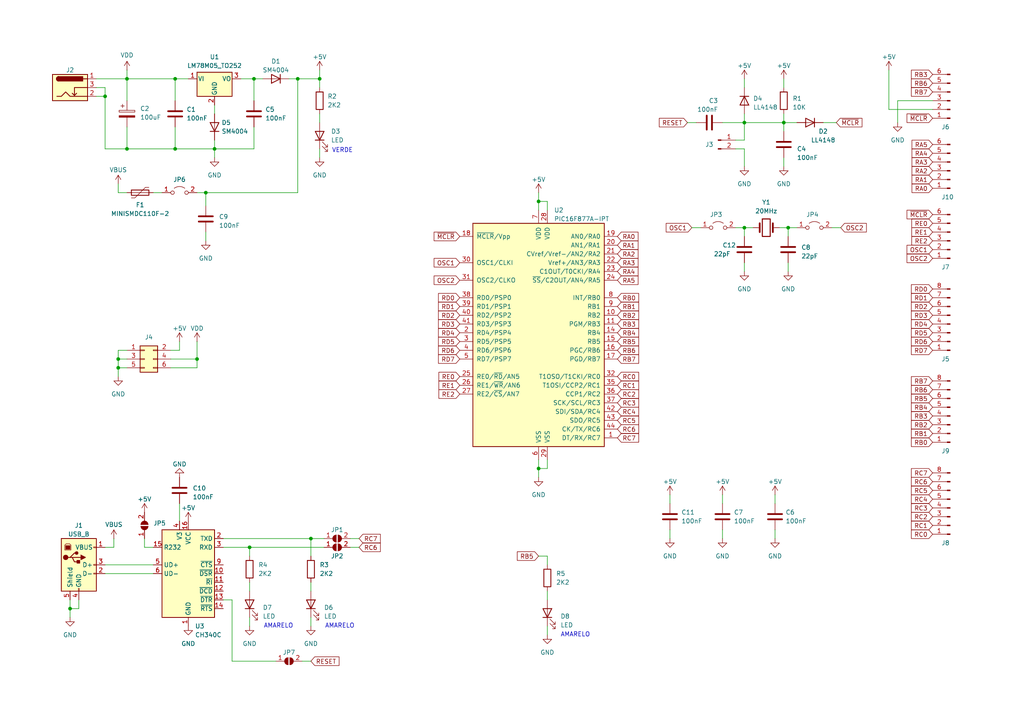
<source format=kicad_sch>
(kicad_sch (version 20231120) (generator "eeschema") (generator_version "8.0")
  (paper "A4")
  (lib_symbols
    (symbol "Connector:Barrel_Jack_Switch" (pin_names hide)
      (property "Reference" "J" (at 0 5.334 0))
      (property "Value" "Barrel_Jack_Switch" (at 0 -5.08 0))
      (symbol "Barrel_Jack_Switch_1_1"
        (pin passive line (at 7.62 2.54 180) (length 2.54) (name "~") (number "1"))
        (pin passive line (at 7.62 -2.54 180) (length 2.54) (name "~") (number "2"))
        (pin passive line (at 7.62 0 180) (length 2.54) (name "~") (number "3"))
      )
    )
    (symbol "Connector:Conn_01x02_Pin" (pin_names (offset 1.016) hide)
      (property "Reference" "J" (at 0 2.54 0))
      (property "Value" "Conn_01x02_Pin" (at 0 -5.08 0))
      (symbol "Conn_01x02_Pin_1_1"
        (pin passive line (at 5.08 0 180) (length 3.81) (name "Pin_1") (number "1"))
        (pin passive line (at 5.08 -2.54 180) (length 3.81) (name "Pin_2") (number "2"))
      )
    )
    (symbol "Connector:Conn_01x06_Pin" (pin_names (offset 1.016) hide)
      (property "Reference" "J" (at 0 7.62 0))
      (property "Value" "Conn_01x06_Pin" (at 0 -10.16 0))
      (symbol "Conn_01x06_Pin_1_1"
        (pin passive line (at 5.08 5.08 180) (length 3.81) (name "Pin_1") (number "1"))
        (pin passive line (at 5.08 2.54 180) (length 3.81) (name "Pin_2") (number "2"))
        (pin passive line (at 5.08 0 180) (length 3.81) (name "Pin_3") (number "3"))
        (pin passive line (at 5.08 -2.54 180) (length 3.81) (name "Pin_4") (number "4"))
        (pin passive line (at 5.08 -5.08 180) (length 3.81) (name "Pin_5") (number "5"))
        (pin passive line (at 5.08 -7.62 180) (length 3.81) (name "Pin_6") (number "6"))
      )
    )
    (symbol "Connector:Conn_01x08_Pin" (pin_names (offset 1.016) hide)
      (property "Reference" "J" (at 0 10.16 0))
      (property "Value" "Conn_01x08_Pin" (at 0 -12.7 0))
      (symbol "Conn_01x08_Pin_1_1"
        (pin passive line (at 5.08 7.62 180) (length 3.81) (name "Pin_1") (number "1"))
        (pin passive line (at 5.08 5.08 180) (length 3.81) (name "Pin_2") (number "2"))
        (pin passive line (at 5.08 2.54 180) (length 3.81) (name "Pin_3") (number "3"))
        (pin passive line (at 5.08 0 180) (length 3.81) (name "Pin_4") (number "4"))
        (pin passive line (at 5.08 -2.54 180) (length 3.81) (name "Pin_5") (number "5"))
        (pin passive line (at 5.08 -5.08 180) (length 3.81) (name "Pin_6") (number "6"))
        (pin passive line (at 5.08 -7.62 180) (length 3.81) (name "Pin_7") (number "7"))
        (pin passive line (at 5.08 -10.16 180) (length 3.81) (name "Pin_8") (number "8"))
      )
    )
    (symbol "Connector:USB_B" (pin_names (offset 1.016))
      (property "Reference" "J" (at -5.08 11.43 0))
      (property "Value" "USB_B" (at -5.08 8.89 0))
      (symbol "USB_B_1_1"
        (pin power_out line (at 7.62 5.08 180) (length 2.54) (name "VBUS") (number "1"))
        (pin bidirectional line (at 7.62 -2.54 180) (length 2.54) (name "D-") (number "2"))
        (pin bidirectional line (at 7.62 0 180) (length 2.54) (name "D+") (number "3"))
        (pin power_out line (at 0 -10.16 90) (length 2.54) (name "GND") (number "4"))
        (pin passive line (at -2.54 -10.16 90) (length 2.54) (name "Shield") (number "5"))
      )
    )
    (symbol "Connector_Generic:Conn_02x03_Odd_Even" (pin_names (offset 1.016) hide)
      (property "Reference" "J" (at 1.27 5.08 0))
      (property "Value" "Conn_02x03_Odd_Even" (at 1.27 -5.08 0))
      (symbol "Conn_02x03_Odd_Even_1_1"
        (pin passive line (at -5.08 2.54 0) (length 3.81) (name "Pin_1") (number "1"))
        (pin passive line (at 7.62 2.54 180) (length 3.81) (name "Pin_2") (number "2"))
        (pin passive line (at -5.08 0 0) (length 3.81) (name "Pin_3") (number "3"))
        (pin passive line (at 7.62 0 180) (length 3.81) (name "Pin_4") (number "4"))
        (pin passive line (at -5.08 -2.54 0) (length 3.81) (name "Pin_5") (number "5"))
        (pin passive line (at 7.62 -2.54 180) (length 3.81) (name "Pin_6") (number "6"))
      )
    )
    (symbol "Device:C" (pin_numbers hide) (pin_names (offset 0.254))
      (property "Reference" "C" (at 0.635 2.54 0))
      (property "Value" "C" (at 0.635 -2.54 0))
      (symbol "C_1_1"
        (pin passive line (at 0 3.81 270) (length 2.794) (name "~") (number "1"))
        (pin passive line (at 0 -3.81 90) (length 2.794) (name "~") (number "2"))
      )
    )
    (symbol "Device:C_Polarized" (pin_numbers hide) (pin_names (offset 0.254))
      (property "Reference" "C" (at 0.635 2.54 0))
      (property "Value" "C_Polarized" (at 0.635 -2.54 0))
      (symbol "C_Polarized_1_1"
        (pin passive line (at 0 3.81 270) (length 2.794) (name "~") (number "1"))
        (pin passive line (at 0 -3.81 90) (length 2.794) (name "~") (number "2"))
      )
    )
    (symbol "Device:Crystal" (pin_numbers hide) (pin_names (offset 1.016) hide)
      (property "Reference" "Y" (at 0 3.81 0))
      (property "Value" "Crystal" (at 0 -3.81 0))
      (symbol "Crystal_1_1"
        (pin passive line (at -3.81 0 0) (length 1.27) (name "1") (number "1"))
        (pin passive line (at 3.81 0 180) (length 1.27) (name "2") (number "2"))
      )
    )
    (symbol "Device:LED" (pin_numbers hide) (pin_names (offset 1.016) hide)
      (property "Reference" "D" (at 0 2.54 0))
      (property "Value" "LED" (at 0 -2.54 0))
      (symbol "LED_1_1"
        (pin passive line (at -3.81 0 0) (length 2.54) (name "K") (number "1"))
        (pin passive line (at 3.81 0 180) (length 2.54) (name "A") (number "2"))
      )
    )
    (symbol "Device:Polyfuse" (pin_numbers hide) (pin_names (offset 0))
      (property "Reference" "F" (at -2.54 0 90))
      (property "Value" "Polyfuse" (at 2.54 0 90))
      (symbol "Polyfuse_1_1"
        (pin passive line (at 0 3.81 270) (length 1.27) (name "~") (number "1"))
        (pin passive line (at 0 -3.81 90) (length 1.27) (name "~") (number "2"))
      )
    )
    (symbol "Device:R" (pin_numbers hide) (pin_names (offset 0))
      (property "Reference" "R" (at 2.032 0 90))
      (property "Value" "R" (at 0 0 90))
      (symbol "R_1_1"
        (pin passive line (at 0 3.81 270) (length 1.27) (name "~") (number "1"))
        (pin passive line (at 0 -3.81 90) (length 1.27) (name "~") (number "2"))
      )
    )
    (symbol "Diode:LL4148" (pin_numbers hide) (pin_names hide)
      (property "Reference" "D" (at 0 2.54 0))
      (property "Value" "LL4148" (at 0 -2.54 0))
      (symbol "LL4148_1_1"
        (pin passive line (at -3.81 0 0) (length 2.54) (name "K") (number "1"))
        (pin passive line (at 3.81 0 180) (length 2.54) (name "A") (number "2"))
      )
    )
    (symbol "Diode:SM4007" (pin_numbers hide) (pin_names hide)
      (property "Reference" "D" (at 0 2.54 0))
      (property "Value" "SM4007" (at 0 -2.54 0))
      (symbol "SM4007_1_1"
        (pin passive line (at -3.81 0 0) (length 2.54) (name "K") (number "1"))
        (pin passive line (at 3.81 0 180) (length 2.54) (name "A") (number "2"))
      )
    )
    (symbol "Interface_USB:CH340C"
      (property "Reference" "U" (at -5.08 13.97 0))
      (property "Value" "CH340C" (at 1.27 13.97 0))
      (symbol "CH340C_1_1"
        (pin power_in line (at 0 -15.24 90) (length 2.54) (name "GND") (number "1"))
        (pin input line (at 10.16 0 180) (length 2.54) (name "~{DSR}") (number "10"))
        (pin input line (at 10.16 -2.54 180) (length 2.54) (name "~{RI}") (number "11"))
        (pin input line (at 10.16 -5.08 180) (length 2.54) (name "~{DCD}") (number "12"))
        (pin output line (at 10.16 -7.62 180) (length 2.54) (name "~{DTR}") (number "13"))
        (pin output line (at 10.16 -10.16 180) (length 2.54) (name "~{RTS}") (number "14"))
        (pin input line (at -10.16 7.62 0) (length 2.54) (name "R232") (number "15"))
        (pin power_in line (at 0 15.24 270) (length 2.54) (name "VCC") (number "16"))
        (pin output line (at 10.16 10.16 180) (length 2.54) (name "TXD") (number "2"))
        (pin input line (at 10.16 7.62 180) (length 2.54) (name "RXD") (number "3"))
        (pin passive line (at -2.54 15.24 270) (length 2.54) (name "V3") (number "4"))
        (pin bidirectional line (at -10.16 2.54 0) (length 2.54) (name "UD+") (number "5"))
        (pin bidirectional line (at -10.16 0 0) (length 2.54) (name "UD-") (number "6"))
        (pin no_connect line (at -7.62 -7.62 0) (length 2.54) hide (name "NC") (number "7"))
        (pin no_connect line (at -7.62 -10.16 0) (length 2.54) hide (name "NC") (number "8"))
        (pin input line (at 10.16 2.54 180) (length 2.54) (name "~{CTS}") (number "9"))
      )
    )
    (symbol "Jumper:Jumper_2_Open" (pin_names (offset 0) hide)
      (property "Reference" "JP" (at 0 2.794 0))
      (property "Value" "Jumper_2_Open" (at 0 -2.286 0))
      (symbol "Jumper_2_Open_1_1"
        (pin passive line (at -5.08 0 0) (length 2.54) (name "A") (number "1"))
        (pin passive line (at 5.08 0 180) (length 2.54) (name "B") (number "2"))
      )
    )
    (symbol "Jumper:SolderJumper_2_Open" (pin_names (offset 0) hide)
      (property "Reference" "JP" (at 0 2.032 0))
      (property "Value" "SolderJumper_2_Open" (at 0 -2.54 0))
      (symbol "SolderJumper_2_Open_1_1"
        (pin passive line (at -3.81 0 0) (length 2.54) (name "A") (number "1"))
        (pin passive line (at 3.81 0 180) (length 2.54) (name "B") (number "2"))
      )
    )
    (symbol "MCU_Microchip_PIC16:PIC16F877A-IPT" (pin_names (offset 1.016))
      (property "Reference" "U" (at 5.08 35.56 0))
      (property "Value" "PIC16F877A-IPT" (at 5.08 33.02 0))
      (symbol "PIC16F877A-IPT_1_1"
        (pin bidirectional line (at 22.86 -30.48 180) (length 3.81) (name "DT/RX/RC7") (number "1"))
        (pin bidirectional line (at 22.86 5.08 180) (length 3.81) (name "RB2") (number "10"))
        (pin bidirectional line (at 22.86 2.54 180) (length 3.81) (name "PGM/RB3") (number "11"))
        (pin bidirectional line (at 22.86 0 180) (length 3.81) (name "RB4") (number "14"))
        (pin bidirectional line (at 22.86 -2.54 180) (length 3.81) (name "RB5") (number "15"))
        (pin bidirectional line (at 22.86 -5.08 180) (length 3.81) (name "PGC/RB6") (number "16"))
        (pin bidirectional line (at 22.86 -7.62 180) (length 3.81) (name "PGD/RB7") (number "17"))
        (pin input line (at -22.86 27.94 0) (length 3.81) (name "~{MCLR}/Vpp") (number "18"))
        (pin bidirectional line (at 22.86 27.94 180) (length 3.81) (name "AN0/RA0") (number "19"))
        (pin bidirectional line (at -22.86 0 0) (length 3.81) (name "RD4/PSP4") (number "2"))
        (pin bidirectional line (at 22.86 25.4 180) (length 3.81) (name "AN1/RA1") (number "20"))
        (pin bidirectional line (at 22.86 22.86 180) (length 3.81) (name "CVref/Vref-/AN2/RA2") (number "21"))
        (pin bidirectional line (at 22.86 20.32 180) (length 3.81) (name "Vref+/AN3/RA3") (number "22"))
        (pin bidirectional line (at 22.86 17.78 180) (length 3.81) (name "C1OUT/T0CKI/RA4") (number "23"))
        (pin bidirectional line (at 22.86 15.24 180) (length 3.81) (name "~{SS}/C2OUT/AN4/RA5") (number "24"))
        (pin bidirectional line (at -22.86 -12.7 0) (length 3.81) (name "RE0/~{RD}/AN5") (number "25"))
        (pin bidirectional line (at -22.86 -15.24 0) (length 3.81) (name "RE1/~{WR}/AN6") (number "26"))
        (pin bidirectional line (at -22.86 -17.78 0) (length 3.81) (name "RE2/~{CS}/AN7") (number "27"))
        (pin power_in line (at 2.54 35.56 270) (length 3.81) (name "VDD") (number "28"))
        (pin power_in line (at 2.54 -36.83 90) (length 3.81) (name "VSS") (number "29"))
        (pin bidirectional line (at -22.86 -2.54 0) (length 3.81) (name "RD5/PSP5") (number "3"))
        (pin input line (at -22.86 20.32 0) (length 3.81) (name "OSC1/CLKI") (number "30"))
        (pin output line (at -22.86 15.24 0) (length 3.81) (name "OSC2/CLKO") (number "31"))
        (pin bidirectional line (at 22.86 -12.7 180) (length 3.81) (name "T1OSO/T1CKI/RC0") (number "32"))
        (pin bidirectional line (at 22.86 -15.24 180) (length 3.81) (name "T1OSI/CCP2/RC1") (number "35"))
        (pin bidirectional line (at 22.86 -17.78 180) (length 3.81) (name "CCP1/RC2") (number "36"))
        (pin bidirectional line (at 22.86 -20.32 180) (length 3.81) (name "SCK/SCL/RC3") (number "37"))
        (pin bidirectional line (at -22.86 10.16 0) (length 3.81) (name "RD0/PSP0") (number "38"))
        (pin bidirectional line (at -22.86 7.62 0) (length 3.81) (name "RD1/PSP1") (number "39"))
        (pin bidirectional line (at -22.86 -5.08 0) (length 3.81) (name "RD6/PSP6") (number "4"))
        (pin bidirectional line (at -22.86 5.08 0) (length 3.81) (name "RD2/PSP2") (number "40"))
        (pin bidirectional line (at -22.86 2.54 0) (length 3.81) (name "RD3/PSP3") (number "41"))
        (pin bidirectional line (at 22.86 -22.86 180) (length 3.81) (name "SDI/SDA/RC4") (number "42"))
        (pin bidirectional line (at 22.86 -25.4 180) (length 3.81) (name "SDO/RC5") (number "43"))
        (pin bidirectional line (at 22.86 -27.94 180) (length 3.81) (name "CK/TX/RC6") (number "44"))
        (pin bidirectional line (at -22.86 -7.62 0) (length 3.81) (name "RD7/PSP7") (number "5"))
        (pin power_in line (at 0 -36.83 90) (length 3.81) (name "VSS") (number "6"))
        (pin power_in line (at 0 35.56 270) (length 3.81) (name "VDD") (number "7"))
        (pin bidirectional line (at 22.86 10.16 180) (length 3.81) (name "INT/RB0") (number "8"))
        (pin bidirectional line (at 22.86 7.62 180) (length 3.81) (name "RB1") (number "9"))
      )
    )
    (symbol "Regulator_Linear:LM78M05_TO252" (pin_names (offset 0.254))
      (property "Reference" "U" (at -3.81 3.175 0))
      (property "Value" "LM78M05_TO252" (at 0 3.175 0))
      (symbol "LM78M05_TO252_1_1"
        (pin power_in line (at -7.62 0 0) (length 2.54) (name "VI") (number "1"))
        (pin power_in line (at 0 -7.62 90) (length 2.54) (name "GND") (number "2"))
        (pin power_out line (at 7.62 0 180) (length 2.54) (name "VO") (number "3"))
      )
    )
    (symbol "power:+5V" (power) (pin_names (offset 0))
      (property "Value" "+5V" (at 0 3.556 0))
      (symbol "+5V_1_1"
        (pin power_in line (at 0 0 90) (length 0) hide (name "+5V") (number "1"))
      )
    )
    (symbol "power:GND" (power) (pin_names (offset 0))
      (property "Value" "GND" (at 0 -3.81 0))
      (symbol "GND_1_1"
        (pin power_in line (at 0 0 270) (length 0) hide (name "GND") (number "1"))
      )
    )
    (symbol "power:VBUS" (power) (pin_numbers hide) (pin_names (offset 0) hide)
      (property "Value" "VBUS" (at 0 3.556 0))
      (symbol "VBUS_1_1"
        (pin power_in line (at 0 0 90) (length 0) (name "~") (number "1"))
      )
    )
    (symbol "power:VDD" (power) (pin_numbers hide) (pin_names (offset 0) hide)
      (property "Value" "VDD" (at 0 3.556 0))
      (symbol "VDD_1_1"
        (pin power_in line (at 0 0 90) (length 0) (name "~") (number "1"))
      )
    )
  )
  (junction (at 86.36 22.86))
  (junction (at 36.83 43.18))
  (junction (at 59.69 55.88))
  (junction (at 156.21 58.42))
  (junction (at 50.8 22.86))
  (junction (at 215.9 66.04))
  (junction (at 20.32 176.53))
  (junction (at 156.21 135.89))
  (junction (at 36.83 22.86))
  (junction (at 215.9 35.56))
  (junction (at 227.33 35.56))
  (junction (at 50.8 43.18))
  (junction (at 34.29 106.68))
  (junction (at 92.71 22.86))
  (junction (at 57.15 104.14))
  (junction (at 90.17 156.21))
  (junction (at 34.29 104.14))
  (junction (at 228.6 66.04))
  (junction (at 73.66 22.86))
  (junction (at 30.48 27.94))
  (junction (at 62.23 43.18))
  (junction (at 72.39 158.75))
  (wire (pts (xy 90.17 156.21) (xy 64.77 156.21)))
  (wire (pts (xy 27.94 25.4) (xy 30.48 25.4)))
  (wire (pts (xy 62.23 43.18) (xy 62.23 40.64)))
  (wire (pts (xy 92.71 22.86) (xy 92.71 25.4)))
  (wire (pts (xy 158.75 161.29) (xy 158.75 163.83)))
  (wire (pts (xy 30.48 27.94) (xy 30.48 43.18)))
  (wire (pts (xy 44.45 158.75) (xy 41.91 158.75)))
  (wire (pts (xy 72.39 158.75) (xy 64.77 158.75)))
  (wire (pts (xy 50.8 43.18) (xy 62.23 43.18)))
  (wire (pts (xy 215.9 22.86) (xy 215.9 25.4)))
  (wire (pts (xy 158.75 133.35) (xy 158.75 135.89)))
  (wire (pts (xy 93.98 156.21) (xy 90.17 156.21)))
  (wire (pts (xy 228.6 68.58) (xy 228.6 66.04)))
  (wire (pts (xy 59.69 55.88) (xy 86.36 55.88)))
  (wire (pts (xy 215.9 78.74) (xy 215.9 76.2)))
  (wire (pts (xy 90.17 168.91) (xy 90.17 171.45)))
  (wire (pts (xy 72.39 158.75) (xy 72.39 161.29)))
  (wire (pts (xy 73.66 22.86) (xy 69.85 22.86)))
  (wire (pts (xy 44.45 55.88) (xy 46.99 55.88)))
  (wire (pts (xy 90.17 156.21) (xy 90.17 161.29)))
  (wire (pts (xy 156.21 161.29) (xy 158.75 161.29)))
  (wire (pts (xy 158.75 58.42) (xy 156.21 58.42)))
  (wire (pts (xy 36.83 22.86) (xy 50.8 22.86)))
  (wire (pts (xy 59.69 67.31) (xy 59.69 69.85)))
  (wire (pts (xy 257.81 20.32) (xy 257.81 31.75)))
  (wire (pts (xy 22.86 176.53) (xy 20.32 176.53)))
  (wire (pts (xy 200.66 66.04) (xy 203.2 66.04)))
  (wire (pts (xy 30.48 158.75) (xy 33.02 158.75)))
  (wire (pts (xy 73.66 22.86) (xy 76.2 22.86)))
  (wire (pts (xy 215.9 35.56) (xy 215.9 33.02)))
  (wire (pts (xy 34.29 106.68) (xy 36.83 106.68)))
  (wire (pts (xy 50.8 36.83) (xy 50.8 43.18)))
  (wire (pts (xy 227.33 45.72) (xy 227.33 48.26)))
  (wire (pts (xy 59.69 59.69) (xy 59.69 55.88)))
  (wire (pts (xy 67.31 191.77) (xy 80.01 191.77)))
  (wire (pts (xy 227.33 35.56) (xy 215.9 35.56)))
  (wire (pts (xy 34.29 106.68) (xy 34.29 109.22)))
  (wire (pts (xy 241.3 66.04) (xy 243.84 66.04)))
  (wire (pts (xy 67.31 191.77) (xy 67.31 173.99)))
  (wire (pts (xy 34.29 55.88) (xy 34.29 53.34)))
  (wire (pts (xy 50.8 22.86) (xy 54.61 22.86)))
  (wire (pts (xy 215.9 66.04) (xy 218.44 66.04)))
  (wire (pts (xy 199.39 35.56) (xy 201.93 35.56)))
  (wire (pts (xy 156.21 58.42) (xy 156.21 55.88)))
  (wire (pts (xy 213.36 66.04) (xy 215.9 66.04)))
  (wire (pts (xy 62.23 43.18) (xy 62.23 45.72)))
  (wire (pts (xy 238.76 35.56) (xy 242.57 35.56)))
  (wire (pts (xy 227.33 35.56) (xy 231.14 35.56)))
  (wire (pts (xy 194.31 153.67) (xy 194.31 156.21)))
  (wire (pts (xy 27.94 22.86) (xy 36.83 22.86)))
  (wire (pts (xy 213.36 40.64) (xy 215.9 40.64)))
  (wire (pts (xy 158.75 184.15) (xy 158.75 181.61)))
  (wire (pts (xy 156.21 58.42) (xy 156.21 60.96)))
  (wire (pts (xy 73.66 43.18) (xy 62.23 43.18)))
  (wire (pts (xy 224.79 153.67) (xy 224.79 156.21)))
  (wire (pts (xy 22.86 173.99) (xy 22.86 176.53)))
  (wire (pts (xy 57.15 55.88) (xy 59.69 55.88)))
  (wire (pts (xy 104.14 158.75) (xy 101.6 158.75)))
  (wire (pts (xy 34.29 101.6) (xy 34.29 104.14)))
  (wire (pts (xy 30.48 25.4) (xy 30.48 27.94)))
  (wire (pts (xy 36.83 55.88) (xy 34.29 55.88)))
  (wire (pts (xy 260.35 29.21) (xy 270.51 29.21)))
  (wire (pts (xy 158.75 60.96) (xy 158.75 58.42)))
  (wire (pts (xy 20.32 176.53) (xy 20.32 179.07)))
  (wire (pts (xy 36.83 101.6) (xy 34.29 101.6)))
  (wire (pts (xy 104.14 156.21) (xy 101.6 156.21)))
  (wire (pts (xy 36.83 43.18) (xy 50.8 43.18)))
  (wire (pts (xy 86.36 22.86) (xy 92.71 22.86)))
  (wire (pts (xy 20.32 173.99) (xy 20.32 176.53)))
  (wire (pts (xy 73.66 36.83) (xy 73.66 43.18)))
  (wire (pts (xy 57.15 99.06) (xy 57.15 104.14)))
  (wire (pts (xy 228.6 66.04) (xy 226.06 66.04)))
  (wire (pts (xy 50.8 29.21) (xy 50.8 22.86)))
  (wire (pts (xy 156.21 133.35) (xy 156.21 135.89)))
  (wire (pts (xy 34.29 104.14) (xy 34.29 106.68)))
  (wire (pts (xy 92.71 20.32) (xy 92.71 22.86)))
  (wire (pts (xy 30.48 163.83) (xy 44.45 163.83)))
  (wire (pts (xy 215.9 68.58) (xy 215.9 66.04)))
  (wire (pts (xy 260.35 35.56) (xy 260.35 29.21)))
  (wire (pts (xy 209.55 146.05) (xy 209.55 143.51)))
  (wire (pts (xy 73.66 29.21) (xy 73.66 22.86)))
  (wire (pts (xy 228.6 78.74) (xy 228.6 76.2)))
  (wire (pts (xy 33.02 158.75) (xy 33.02 156.21)))
  (wire (pts (xy 158.75 171.45) (xy 158.75 173.99)))
  (wire (pts (xy 57.15 104.14) (xy 57.15 106.68)))
  (wire (pts (xy 72.39 168.91) (xy 72.39 171.45)))
  (wire (pts (xy 67.31 173.99) (xy 64.77 173.99)))
  (wire (pts (xy 227.33 33.02) (xy 227.33 35.56)))
  (wire (pts (xy 83.82 22.86) (xy 86.36 22.86)))
  (wire (pts (xy 86.36 55.88) (xy 86.36 22.86)))
  (wire (pts (xy 156.21 135.89) (xy 156.21 138.43)))
  (wire (pts (xy 49.53 104.14) (xy 57.15 104.14)))
  (wire (pts (xy 27.94 27.94) (xy 30.48 27.94)))
  (wire (pts (xy 209.55 35.56) (xy 215.9 35.56)))
  (wire (pts (xy 209.55 153.67) (xy 209.55 156.21)))
  (wire (pts (xy 227.33 22.86) (xy 227.33 25.4)))
  (wire (pts (xy 52.07 101.6) (xy 52.07 99.06)))
  (wire (pts (xy 92.71 33.02) (xy 92.71 35.56)))
  (wire (pts (xy 52.07 146.05) (xy 52.07 151.13)))
  (wire (pts (xy 30.48 166.37) (xy 44.45 166.37)))
  (wire (pts (xy 93.98 158.75) (xy 72.39 158.75)))
  (wire (pts (xy 90.17 181.61) (xy 90.17 179.07)))
  (wire (pts (xy 57.15 106.68) (xy 49.53 106.68)))
  (wire (pts (xy 36.83 36.83) (xy 36.83 43.18)))
  (wire (pts (xy 227.33 35.56) (xy 227.33 38.1)))
  (wire (pts (xy 36.83 20.32) (xy 36.83 22.86)))
  (wire (pts (xy 36.83 22.86) (xy 36.83 29.21)))
  (wire (pts (xy 30.48 43.18) (xy 36.83 43.18)))
  (wire (pts (xy 92.71 45.72) (xy 92.71 43.18)))
  (wire (pts (xy 34.29 104.14) (xy 36.83 104.14)))
  (wire (pts (xy 224.79 146.05) (xy 224.79 143.51)))
  (wire (pts (xy 257.81 31.75) (xy 270.51 31.75)))
  (wire (pts (xy 213.36 43.18) (xy 215.9 43.18)))
  (wire (pts (xy 194.31 146.05) (xy 194.31 143.51)))
  (wire (pts (xy 62.23 30.48) (xy 62.23 33.02)))
  (wire (pts (xy 215.9 43.18) (xy 215.9 48.26)))
  (wire (pts (xy 72.39 181.61) (xy 72.39 179.07)))
  (wire (pts (xy 158.75 135.89) (xy 156.21 135.89)))
  (wire (pts (xy 87.63 191.77) (xy 90.17 191.77)))
  (wire (pts (xy 215.9 40.64) (xy 215.9 35.56)))
  (wire (pts (xy 41.91 158.75) (xy 41.91 156.21)))
  (wire (pts (xy 49.53 101.6) (xy 52.07 101.6)))
  (wire (pts (xy 228.6 66.04) (xy 231.14 66.04)))
  (text "AMARELO" (at 98.552 181.61 0) (effects (font (size 1.27 1.27))))
  (text "VERDE" (at 99.314 43.688 0) (effects (font (size 1.27 1.27))))
  (text "AMARELO" (at 166.878 184.15 0) (effects (font (size 1.27 1.27))))
  (text "AMARELO" (at 80.772 181.61 0) (effects (font (size 1.27 1.27))))
  (global_label "RE1" (shape input) (at 133.35 111.76 180) (property "Intersheetrefs" "${INTERSHEET_REFS}" (effects (hide yes))))
  (global_label "RB1" (shape input) (at 270.51 125.73 180) (property "Intersheetrefs" "${INTERSHEET_REFS}" (effects (hide yes))))
  (global_label "RB5" (shape input) (at 179.07 99.06 0) (property "Intersheetrefs" "${INTERSHEET_REFS}" (effects (hide yes))))
  (global_label "RB5" (shape input) (at 270.51 115.57 180) (property "Intersheetrefs" "${INTERSHEET_REFS}" (effects (hide yes))))
  (global_label "RB3" (shape input) (at 270.51 120.65 180) (property "Intersheetrefs" "${INTERSHEET_REFS}" (effects (hide yes))))
  (global_label "RC3" (shape input) (at 179.07 116.84 0) (property "Intersheetrefs" "${INTERSHEET_REFS}" (effects (hide yes))))
  (global_label "OSC1" (shape input) (at 133.35 76.2 180) (property "Intersheetrefs" "${INTERSHEET_REFS}" (effects (hide yes))))
  (global_label "RA5" (shape input) (at 270.51 41.91 180) (property "Intersheetrefs" "${INTERSHEET_REFS}" (effects (hide yes))))
  (global_label "RD5" (shape input) (at 270.51 96.52 180) (property "Intersheetrefs" "${INTERSHEET_REFS}" (effects (hide yes))))
  (global_label "RC4" (shape input) (at 179.07 119.38 0) (property "Intersheetrefs" "${INTERSHEET_REFS}" (effects (hide yes))))
  (global_label "RC5" (shape input) (at 179.07 121.92 0) (property "Intersheetrefs" "${INTERSHEET_REFS}" (effects (hide yes))))
  (global_label "RC2" (shape input) (at 270.51 149.86 180) (property "Intersheetrefs" "${INTERSHEET_REFS}" (effects (hide yes))))
  (global_label "RC7" (shape input) (at 270.51 137.16 180) (property "Intersheetrefs" "${INTERSHEET_REFS}" (effects (hide yes))))
  (global_label "RA5" (shape input) (at 179.07 81.28 0) (property "Intersheetrefs" "${INTERSHEET_REFS}" (effects (hide yes))))
  (global_label "RC5" (shape input) (at 270.51 142.24 180) (property "Intersheetrefs" "${INTERSHEET_REFS}" (effects (hide yes))))
  (global_label "RB6" (shape input) (at 179.07 101.6 0) (property "Intersheetrefs" "${INTERSHEET_REFS}" (effects (hide yes))))
  (global_label "RE0" (shape input) (at 133.35 109.22 180) (property "Intersheetrefs" "${INTERSHEET_REFS}" (effects (hide yes))))
  (global_label "RD4" (shape input) (at 133.35 96.52 180) (property "Intersheetrefs" "${INTERSHEET_REFS}" (effects (hide yes))))
  (global_label "RD0" (shape input) (at 133.35 86.36 180) (property "Intersheetrefs" "${INTERSHEET_REFS}" (effects (hide yes))))
  (global_label "RD3" (shape input) (at 133.35 93.98 180) (property "Intersheetrefs" "${INTERSHEET_REFS}" (effects (hide yes))))
  (global_label "RA4" (shape input) (at 179.07 78.74 0) (property "Intersheetrefs" "${INTERSHEET_REFS}" (effects (hide yes))))
  (global_label "RA1" (shape input) (at 270.51 52.07 180) (property "Intersheetrefs" "${INTERSHEET_REFS}" (effects (hide yes))))
  (global_label "OSC2" (shape input) (at 270.51 74.93 180) (property "Intersheetrefs" "${INTERSHEET_REFS}" (effects (hide yes))))
  (global_label "RD2" (shape input) (at 133.35 91.44 180) (property "Intersheetrefs" "${INTERSHEET_REFS}" (effects (hide yes))))
  (global_label "RC7" (shape input) (at 104.14 156.21 0) (property "Intersheetrefs" "${INTERSHEET_REFS}" (effects (hide yes))))
  (global_label "RC4" (shape input) (at 270.51 144.78 180) (property "Intersheetrefs" "${INTERSHEET_REFS}" (effects (hide yes))))
  (global_label "RESET" (shape input) (at 199.39 35.56 180) (property "Intersheetrefs" "${INTERSHEET_REFS}" (effects (hide yes))))
  (global_label "RC1" (shape input) (at 270.51 152.4 180) (property "Intersheetrefs" "${INTERSHEET_REFS}" (effects (hide yes))))
  (global_label "RA0" (shape input) (at 270.51 54.61 180) (property "Intersheetrefs" "${INTERSHEET_REFS}" (effects (hide yes))))
  (global_label "RD7" (shape input) (at 133.35 104.14 180) (property "Intersheetrefs" "${INTERSHEET_REFS}" (effects (hide yes))))
  (global_label "RA2" (shape input) (at 179.07 73.66 0) (property "Intersheetrefs" "${INTERSHEET_REFS}" (effects (hide yes))))
  (global_label "~{MCLR}" (shape input) (at 270.51 34.29 180) (property "Intersheetrefs" "${INTERSHEET_REFS}" (effects (hide yes))))
  (global_label "RD4" (shape input) (at 270.51 93.98 180) (property "Intersheetrefs" "${INTERSHEET_REFS}" (effects (hide yes))))
  (global_label "RC0" (shape input) (at 270.51 154.94 180) (property "Intersheetrefs" "${INTERSHEET_REFS}" (effects (hide yes))))
  (global_label "RB4" (shape input) (at 270.51 118.11 180) (property "Intersheetrefs" "${INTERSHEET_REFS}" (effects (hide yes))))
  (global_label "RD7" (shape input) (at 270.51 101.6 180) (property "Intersheetrefs" "${INTERSHEET_REFS}" (effects (hide yes))))
  (global_label "RB7" (shape input) (at 179.07 104.14 0) (property "Intersheetrefs" "${INTERSHEET_REFS}" (effects (hide yes))))
  (global_label "RB2" (shape input) (at 179.07 91.44 0) (property "Intersheetrefs" "${INTERSHEET_REFS}" (effects (hide yes))))
  (global_label "RE2" (shape input) (at 133.35 114.3 180) (property "Intersheetrefs" "${INTERSHEET_REFS}" (effects (hide yes))))
  (global_label "RC7" (shape input) (at 179.07 127 0) (property "Intersheetrefs" "${INTERSHEET_REFS}" (effects (hide yes))))
  (global_label "OSC1" (shape input) (at 270.51 72.39 180) (property "Intersheetrefs" "${INTERSHEET_REFS}" (effects (hide yes))))
  (global_label "RA1" (shape input) (at 179.07 71.12 0) (property "Intersheetrefs" "${INTERSHEET_REFS}" (effects (hide yes))))
  (global_label "RD5" (shape input) (at 133.35 99.06 180) (property "Intersheetrefs" "${INTERSHEET_REFS}" (effects (hide yes))))
  (global_label "RC6" (shape input) (at 104.14 158.75 0) (property "Intersheetrefs" "${INTERSHEET_REFS}" (effects (hide yes))))
  (global_label "RB1" (shape input) (at 179.07 88.9 0) (property "Intersheetrefs" "${INTERSHEET_REFS}" (effects (hide yes))))
  (global_label "RB3" (shape input) (at 270.51 21.59 180) (property "Intersheetrefs" "${INTERSHEET_REFS}" (effects (hide yes))))
  (global_label "RB6" (shape input) (at 270.51 113.03 180) (property "Intersheetrefs" "${INTERSHEET_REFS}" (effects (hide yes))))
  (global_label "RD1" (shape input) (at 270.51 86.36 180) (property "Intersheetrefs" "${INTERSHEET_REFS}" (effects (hide yes))))
  (global_label "RB4" (shape input) (at 179.07 96.52 0) (property "Intersheetrefs" "${INTERSHEET_REFS}" (effects (hide yes))))
  (global_label "RB7" (shape input) (at 270.51 110.49 180) (property "Intersheetrefs" "${INTERSHEET_REFS}" (effects (hide yes))))
  (global_label "RE0" (shape input) (at 270.51 64.77 180) (property "Intersheetrefs" "${INTERSHEET_REFS}" (effects (hide yes))))
  (global_label "RB2" (shape input) (at 270.51 123.19 180) (property "Intersheetrefs" "${INTERSHEET_REFS}" (effects (hide yes))))
  (global_label "RE1" (shape input) (at 270.51 67.31 180) (property "Intersheetrefs" "${INTERSHEET_REFS}" (effects (hide yes))))
  (global_label "RC2" (shape input) (at 179.07 114.3 0) (property "Intersheetrefs" "${INTERSHEET_REFS}" (effects (hide yes))))
  (global_label "~{MCLR}" (shape input) (at 270.51 62.23 180) (property "Intersheetrefs" "${INTERSHEET_REFS}" (effects (hide yes))))
  (global_label "RA2" (shape input) (at 270.51 49.53 180) (property "Intersheetrefs" "${INTERSHEET_REFS}" (effects (hide yes))))
  (global_label "RC6" (shape input) (at 179.07 124.46 0) (property "Intersheetrefs" "${INTERSHEET_REFS}" (effects (hide yes))))
  (global_label "RC3" (shape input) (at 270.51 147.32 180) (property "Intersheetrefs" "${INTERSHEET_REFS}" (effects (hide yes))))
  (global_label "RD6" (shape input) (at 133.35 101.6 180) (property "Intersheetrefs" "${INTERSHEET_REFS}" (effects (hide yes))))
  (global_label "RD3" (shape input) (at 270.51 91.44 180) (property "Intersheetrefs" "${INTERSHEET_REFS}" (effects (hide yes))))
  (global_label "RD6" (shape input) (at 270.51 99.06 180) (property "Intersheetrefs" "${INTERSHEET_REFS}" (effects (hide yes))))
  (global_label "RC1" (shape input) (at 179.07 111.76 0) (property "Intersheetrefs" "${INTERSHEET_REFS}" (effects (hide yes))))
  (global_label "RE2" (shape input) (at 270.51 69.85 180) (property "Intersheetrefs" "${INTERSHEET_REFS}" (effects (hide yes))))
  (global_label "RA3" (shape input) (at 270.51 46.99 180) (property "Intersheetrefs" "${INTERSHEET_REFS}" (effects (hide yes))))
  (global_label "RB0" (shape input) (at 179.07 86.36 0) (property "Intersheetrefs" "${INTERSHEET_REFS}" (effects (hide yes))))
  (global_label "OSC2" (shape input) (at 133.35 81.28 180) (property "Intersheetrefs" "${INTERSHEET_REFS}" (effects (hide yes))))
  (global_label "RA4" (shape input) (at 270.51 44.45 180) (property "Intersheetrefs" "${INTERSHEET_REFS}" (effects (hide yes))))
  (global_label "RESET" (shape input) (at 90.17 191.77 0) (property "Intersheetrefs" "${INTERSHEET_REFS}" (effects (hide yes))))
  (global_label "RD2" (shape input) (at 270.51 88.9 180) (property "Intersheetrefs" "${INTERSHEET_REFS}" (effects (hide yes))))
  (global_label "OSC1" (shape input) (at 200.66 66.04 180) (property "Intersheetrefs" "${INTERSHEET_REFS}" (effects (hide yes))))
  (global_label "~{MCLR}" (shape input) (at 133.35 68.58 180) (property "Intersheetrefs" "${INTERSHEET_REFS}" (effects (hide yes))))
  (global_label "RB7" (shape input) (at 270.51 26.67 180) (property "Intersheetrefs" "${INTERSHEET_REFS}" (effects (hide yes))))
  (global_label "RA0" (shape input) (at 179.07 68.58 0) (property "Intersheetrefs" "${INTERSHEET_REFS}" (effects (hide yes))))
  (global_label "RC0" (shape input) (at 179.07 109.22 0) (property "Intersheetrefs" "${INTERSHEET_REFS}" (effects (hide yes))))
  (global_label "RB3" (shape input) (at 179.07 93.98 0) (property "Intersheetrefs" "${INTERSHEET_REFS}" (effects (hide yes))))
  (global_label "RD1" (shape input) (at 133.35 88.9 180) (property "Intersheetrefs" "${INTERSHEET_REFS}" (effects (hide yes))))
  (global_label "RB0" (shape input) (at 270.51 128.27 180) (property "Intersheetrefs" "${INTERSHEET_REFS}" (effects (hide yes))))
  (global_label "OSC2" (shape input) (at 243.84 66.04 0) (property "Intersheetrefs" "${INTERSHEET_REFS}" (effects (hide yes))))
  (global_label "~{MCLR}" (shape input) (at 242.57 35.56 0) (property "Intersheetrefs" "${INTERSHEET_REFS}" (effects (hide yes))))
  (global_label "RC6" (shape input) (at 270.51 139.7 180) (property "Intersheetrefs" "${INTERSHEET_REFS}" (effects (hide yes))))
  (global_label "RA3" (shape input) (at 179.07 76.2 0) (property "Intersheetrefs" "${INTERSHEET_REFS}" (effects (hide yes))))
  (global_label "RB5" (shape input) (at 156.21 161.29 180) (property "Intersheetrefs" "${INTERSHEET_REFS}" (effects (hide yes))))
  (global_label "RD0" (shape input) (at 270.51 83.82 180) (property "Intersheetrefs" "${INTERSHEET_REFS}" (effects (hide yes))))
  (global_label "RB6" (shape input) (at 270.51 24.13 180) (property "Intersheetrefs" "${INTERSHEET_REFS}" (effects (hide yes))))
  (symbol (lib_id "Device:Polyfuse") (at 40.64 55.88 270) (unit 1)
    (property "Reference" "F1" (at 40.64 59.436 90))
    (property "Value" "MINISMDC110F-2" (at 40.64 61.976 90))
    (property "Footprint" "Fuse:Fuse_1812_4532Metric" (effects (hide yes)))
    (property "Description" "Resettable fuse, polymeric positive temperature coefficient" (effects (hide yes)))
  )
  (symbol (lib_id "Device:C") (at 224.79 149.86 0) (unit 1)
    (property "Reference" "C6" (at 227.838 148.59 0) (effects (justify left)))
    (property "Value" "100nF" (at 227.838 151.13 0) (effects (justify left)))
    (property "Footprint" "Capacitor_SMD:C_0805_2012Metric" (effects (hide yes)))
  )
  (symbol (lib_id "Device:C") (at 50.8 33.02 0) (unit 1)
    (property "Reference" "C1" (at 54.102 31.75 0) (effects (justify left)))
    (property "Value" "100nF" (at 54.102 34.29 0) (effects (justify left)))
    (property "Footprint" "Capacitor_SMD:C_0805_2012Metric" (effects (hide yes)))
  )
  (symbol (lib_id "power:+5V") (at 92.71 20.32 0) (unit 1)
    (property "Reference" "#PWR018" (effects (hide yes)))
    (property "Value" "+5V" (at 92.71 16.51 0))
  )
  (symbol (lib_id "power:GND") (at 59.69 69.85 0) (unit 1)
    (property "Reference" "#PWR05" (effects (hide yes)))
    (property "Value" "GND" (at 59.69 74.93 0))
  )
  (symbol (lib_id "power:+5V") (at 224.79 143.51 0) (unit 1)
    (property "Reference" "#PWR04" (effects (hide yes)))
    (property "Value" "+5V" (at 224.79 139.7 0))
  )
  (symbol (lib_id "power:GND") (at 227.33 48.26 0) (unit 1)
    (property "Reference" "#PWR013" (effects (hide yes)))
    (property "Value" "GND" (at 227.33 53.34 0))
  )
  (symbol (lib_id "power:GND") (at 62.23 45.72 0) (unit 1)
    (property "Reference" "#PWR011" (effects (hide yes)))
    (property "Value" "GND" (at 62.23 50.8 0))
  )
  (symbol (lib_id "Connector:Conn_01x02_Pin") (at 208.28 40.64 0) (unit 1)
    (property "Reference" "J3" (at 205.74 41.91 0))
    (property "Value" "Conn_01x02_Pin" (effects (hide yes)))
    (property "Footprint" "Connector_PinHeader_2.54mm:PinHeader_1x02_P2.54mm_Vertical" (effects (hide yes)))
  )
  (symbol (lib_id "power:GND") (at 54.61 181.61 0) (unit 1)
    (property "Reference" "#PWR017" (effects (hide yes)))
    (property "Value" "GND" (at 54.61 186.69 0))
  )
  (symbol (lib_id "Device:R") (at 92.71 29.21 180) (unit 1)
    (property "Reference" "R2" (at 94.996 27.94 0) (effects (justify right)))
    (property "Value" "2K2" (at 94.996 30.48 0) (effects (justify right)))
    (property "Footprint" "Resistor_SMD:R_0805_2012Metric" (effects (hide yes)))
  )
  (symbol (lib_id "Device:Crystal") (at 222.25 66.04 0) (unit 1)
    (property "Reference" "Y1" (at 222.25 58.674 0))
    (property "Value" "20MHz" (at 222.25 61.214 0))
    (property "Footprint" "Crystal:Crystal_HC49-U_Vertical" (effects (hide yes)))
  )
  (symbol (lib_id "Connector:USB_B") (at 22.86 163.83 0) (unit 1)
    (property "Reference" "J1" (at 22.86 152.4 0))
    (property "Value" "USB_B" (at 22.86 154.94 0))
    (property "Footprint" "Connector_USB:USB_B_Lumberg_2411_02_Horizontal" (effects (hide yes)))
  )
  (symbol (lib_id "Connector:Conn_01x08_Pin") (at 275.59 93.98 180) (unit 1)
    (property "Reference" "J5" (at 273.05 104.14 0) (effects (justify right)))
    (property "Value" "Conn_01x08_Pin" (effects (hide yes)))
    (property "Footprint" "Connector_PinHeader_2.54mm:PinHeader_1x08_P2.54mm_Vertical" (effects (hide yes)))
  )
  (symbol (lib_id "Regulator_Linear:LM78M05_TO252") (at 62.23 22.86 0) (unit 1)
    (property "Reference" "U1" (at 62.23 16.51 0))
    (property "Value" "LM78M05_TO252" (at 62.23 19.05 0))
    (property "Footprint" "Package_TO_SOT_SMD:TO-252-2" (effects (hide yes)))
    (property "Datasheet" "https://www.onsemi.com/pub/Collateral/MC78M00-D.PDF" (effects (hide yes)))
  )
  (symbol (lib_id "Device:LED") (at 158.75 177.8 90) (unit 1)
    (property "Reference" "D8" (at 162.56 178.7525 90) (effects (justify right)))
    (property "Value" "LED" (at 162.56 181.2925 90) (effects (justify right)))
    (property "Footprint" "LED_THT:LED_D3.0mm" (effects (hide yes)))
  )
  (symbol (lib_id "power:GND") (at 209.55 156.21 0) (unit 1)
    (property "Reference" "#PWR021" (effects (hide yes)))
    (property "Value" "GND" (at 209.55 161.29 0))
  )
  (symbol (lib_id "Connector:Conn_01x06_Pin") (at 275.59 49.53 180) (unit 1)
    (property "Reference" "J10" (at 273.05 57.15 0) (effects (justify right)))
    (property "Value" "Conn_01x06_Pin" (effects (hide yes)))
    (property "Footprint" "Connector_PinHeader_2.54mm:PinHeader_1x06_P2.54mm_Vertical" (effects (hide yes)))
  )
  (symbol (lib_id "Diode:SM4007") (at 80.01 22.86 180) (unit 1)
    (property "Reference" "D1" (at 80.01 17.78 0))
    (property "Value" "SM4004" (at 80.01 20.32 0))
    (property "Footprint" "Diode_SMD:D_MELF" (effects (hide yes)))
    (property "Datasheet" "http://cdn-reichelt.de/documents/datenblatt/A400/SMD1N400%23DIO.pdf" (effects (hide yes)))
    (property "Sim.Device" "D" (effects (hide yes)))
    (property "Sim.Pins" "1=K 2=A" (effects (hide yes)))
  )
  (symbol (lib_id "power:+5V") (at 54.61 151.13 0) (unit 1)
    (property "Reference" "#PWR016" (effects (hide yes)))
    (property "Value" "+5V" (at 54.61 147.32 0))
  )
  (symbol (lib_id "Device:R") (at 227.33 29.21 180) (unit 1)
    (property "Reference" "R1" (at 229.87 28.575 0) (effects (justify right)))
    (property "Value" "10K" (at 229.87 31.115 0) (effects (justify right)))
    (property "Footprint" "Resistor_SMD:R_0805_2012Metric" (effects (hide yes)))
  )
  (symbol (lib_id "Jumper:Jumper_2_Open") (at 52.07 55.88 0) (unit 1)
    (property "Reference" "JP6" (at 52.07 52.07 0))
    (property "Value" "Jumper_2_Open" (effects (hide yes)))
    (property "Footprint" "TestPoint:TestPoint_2Pads_Pitch2.54mm_Drill0.8mm" (effects (hide yes)))
  )
  (symbol (lib_id "Interface_USB:CH340C") (at 54.61 166.37 0) (unit 1)
    (property "Reference" "U3" (at 56.5659 181.61 0) (effects (justify left)))
    (property "Value" "CH340C" (at 56.5659 184.15 0) (effects (justify left)))
    (property "Footprint" "Package_SO:SOIC-16_3.9x9.9mm_P1.27mm" (effects (hide yes)))
    (property "Datasheet" "https://datasheet.lcsc.com/szlcsc/Jiangsu-Qin-Heng-CH340C_C84681.pdf" (effects (hide yes)))
  )
  (symbol (lib_id "Device:C") (at 73.66 33.02 0) (unit 1)
    (property "Reference" "C5" (at 76.962 31.75 0) (effects (justify left)))
    (property "Value" "100nF" (at 76.962 34.29 0) (effects (justify left)))
    (property "Footprint" "Capacitor_SMD:C_0805_2012Metric" (effects (hide yes)))
  )
  (symbol (lib_id "Device:C") (at 227.33 41.91 0) (unit 1)
    (property "Reference" "C4" (at 231.14 43.18 0) (effects (justify left)))
    (property "Value" "100nF" (at 231.14 45.72 0) (effects (justify left)))
    (property "Footprint" "Capacitor_SMD:C_0805_2012Metric" (effects (hide yes)))
  )
  (symbol (lib_id "power:GND") (at 215.9 48.26 0) (unit 1)
    (property "Reference" "#PWR08" (effects (hide yes)))
    (property "Value" "GND" (at 215.9 53.34 0))
  )
  (symbol (lib_id "Device:LED") (at 92.71 39.37 90) (unit 1)
    (property "Reference" "D3" (at 96.012 38.1 90) (effects (justify right)))
    (property "Value" "LED" (at 96.012 40.64 90) (effects (justify right)))
    (property "Footprint" "LED_THT:LED_D3.0mm" (effects (hide yes)))
  )
  (symbol (lib_id "power:+5V") (at 209.55 143.51 0) (unit 1)
    (property "Reference" "#PWR020" (effects (hide yes)))
    (property "Value" "+5V" (at 209.55 139.7 0))
  )
  (symbol (lib_id "Device:C") (at 228.6 72.39 0) (unit 1)
    (property "Reference" "C8" (at 232.41 71.755 0) (effects (justify left)))
    (property "Value" "22pF" (at 232.41 74.295 0) (effects (justify left)))
    (property "Footprint" "Capacitor_SMD:C_0805_2012Metric" (effects (hide yes)))
  )
  (symbol (lib_id "power:GND") (at 34.29 109.22 0) (unit 1)
    (property "Reference" "#PWR03" (effects (hide yes)))
    (property "Value" "GND" (at 34.29 114.3 0))
  )
  (symbol (lib_id "Connector:Conn_01x06_Pin") (at 275.59 69.85 180) (unit 1)
    (property "Reference" "J7" (at 273.05 77.47 0) (effects (justify right)))
    (property "Value" "Conn_01x06_Pin" (effects (hide yes)))
    (property "Footprint" "Connector_PinHeader_2.54mm:PinHeader_1x06_P2.54mm_Vertical" (effects (hide yes)))
  )
  (symbol (lib_id "power:GND") (at 224.79 156.21 0) (unit 1)
    (property "Reference" "#PWR029" (effects (hide yes)))
    (property "Value" "GND" (at 224.79 161.29 0))
  )
  (symbol (lib_id "Device:R") (at 158.75 167.64 0) (unit 1)
    (property "Reference" "R5" (at 161.29 166.3699 0) (effects (justify left)))
    (property "Value" "2K2" (at 161.29 168.9099 0) (effects (justify left)))
    (property "Footprint" "Resistor_SMD:R_0805_2012Metric" (effects (hide yes)))
  )
  (symbol (lib_id "power:GND") (at 260.35 35.56 0) (unit 1)
    (property "Reference" "#PWR026" (effects (hide yes)))
    (property "Value" "GND" (at 260.35 40.64 0))
  )
  (symbol (lib_id "power:GND") (at 156.21 138.43 0) (unit 1)
    (property "Reference" "#PWR023" (effects (hide yes)))
    (property "Value" "GND" (at 156.21 143.51 0))
  )
  (symbol (lib_id "power:VBUS") (at 33.02 156.21 0) (unit 1)
    (property "Reference" "#PWR028" (effects (hide yes)))
    (property "Value" "VBUS" (at 33.02 152.146 0))
    (property "Description" "Power symbol creates a global label with name \"VBUS\"" (effects (hide yes)))
  )
  (symbol (lib_id "power:GND") (at 20.32 179.07 0) (unit 1)
    (property "Reference" "#PWR01" (effects (hide yes)))
    (property "Value" "GND" (at 20.32 184.15 0))
  )
  (symbol (lib_id "Jumper:Jumper_2_Open") (at 208.28 66.04 0) (unit 1)
    (property "Reference" "JP3" (at 209.55 62.23 0) (effects (justify right)))
    (property "Value" "Jumper_2_Open" (effects (hide yes)))
    (property "Footprint" "TestPoint:TestPoint_2Pads_Pitch2.54mm_Drill0.8mm" (effects (hide yes)))
  )
  (symbol (lib_id "power:GND") (at 158.75 184.15 0) (unit 1)
    (property "Reference" "#PWR024" (effects (hide yes)))
    (property "Value" "GND" (at 158.75 189.23 0))
  )
  (symbol (lib_id "power:+5V") (at 194.31 143.51 0) (unit 1)
    (property "Reference" "#PWR032" (effects (hide yes)))
    (property "Value" "+5V" (at 194.31 139.7 0))
  )
  (symbol (lib_id "Diode:SM4007") (at 62.23 36.83 90) (unit 1)
    (property "Reference" "D5" (at 64.262 35.56 90) (effects (justify right)))
    (property "Value" "SM4004" (at 64.262 38.1 90) (effects (justify right)))
    (property "Footprint" "Diode_SMD:D_MELF" (effects (hide yes)))
    (property "Datasheet" "http://cdn-reichelt.de/documents/datenblatt/A400/SMD1N400%23DIO.pdf" (effects (hide yes)))
    (property "Sim.Device" "D" (effects (hide yes)))
    (property "Sim.Pins" "1=K 2=A" (effects (hide yes)))
  )
  (symbol (lib_id "power:GND") (at 90.17 181.61 0) (unit 1)
    (property "Reference" "#PWR030" (effects (hide yes)))
    (property "Value" "GND" (at 90.17 186.69 0))
  )
  (symbol (lib_id "power:VDD") (at 36.83 20.32 0) (unit 1)
    (property "Reference" "#PWR034" (effects (hide yes)))
    (property "Value" "VDD" (at 36.83 16.002 0))
    (property "Description" "Power symbol creates a global label with name \"VDD\"" (effects (hide yes)))
  )
  (symbol (lib_id "Device:R") (at 90.17 165.1 0) (unit 1)
    (property "Reference" "R3" (at 92.71 163.8299 0) (effects (justify left)))
    (property "Value" "2K2" (at 92.71 166.3699 0) (effects (justify left)))
    (property "Footprint" "Resistor_SMD:R_0805_2012Metric" (effects (hide yes)))
  )
  (symbol (lib_id "power:GND") (at 52.07 138.43 180) (unit 1)
    (property "Reference" "#PWR015" (effects (hide yes)))
    (property "Value" "GND" (at 52.07 134.62 0))
  )
  (symbol (lib_id "power:GND") (at 194.31 156.21 0) (unit 1)
    (property "Reference" "#PWR033" (effects (hide yes)))
    (property "Value" "GND" (at 194.31 161.29 0))
  )
  (symbol (lib_id "Device:C") (at 194.31 149.86 0) (unit 1)
    (property "Reference" "C11" (at 197.612 148.59 0) (effects (justify left)))
    (property "Value" "100nF" (at 197.612 151.13 0) (effects (justify left)))
    (property "Footprint" "Capacitor_SMD:C_0805_2012Metric" (effects (hide yes)))
  )
  (symbol (lib_id "power:VDD") (at 57.15 99.06 0) (unit 1)
    (property "Reference" "#PWR035" (effects (hide yes)))
    (property "Value" "VDD" (at 57.15 95.25 0))
    (property "Description" "Power symbol creates a global label with name \"VDD\"" (effects (hide yes)))
  )
  (symbol (lib_id "power:+5V") (at 52.07 99.06 0) (unit 1)
    (property "Reference" "#PWR02" (effects (hide yes)))
    (property "Value" "+5V" (at 52.07 95.25 0))
  )
  (symbol (lib_id "Jumper:SolderJumper_2_Open") (at 83.82 191.77 0) (unit 1)
    (property "Reference" "JP7" (at 83.82 189.23 0))
    (property "Value" "SolderJumper_2_Open" (effects (hide yes)))
    (property "Footprint" "Jumper:SolderJumper-2_P1.3mm_Open_Pad1.0x1.5mm" (effects (hide yes)))
  )
  (symbol (lib_id "Device:C_Polarized") (at 36.83 33.02 0) (unit 1)
    (property "Reference" "C2" (at 40.64 31.496 0) (effects (justify left)))
    (property "Value" "100uF" (at 40.64 34.036 0) (effects (justify left)))
    (property "Footprint" "Capacitor_THT:CP_Radial_D5.0mm_P2.50mm" (effects (hide yes)))
  )
  (symbol (lib_id "Jumper:SolderJumper_2_Open") (at 97.79 158.75 0) (mirror x) (unit 1)
    (property "Reference" "JP2" (at 97.79 161.29 0))
    (property "Value" "SolderJumper_2_Open" (effects (hide yes)))
    (property "Footprint" "Jumper:SolderJumper-2_P1.3mm_Open_Pad1.0x1.5mm" (effects (hide yes)))
  )
  (symbol (lib_id "Connector:Conn_01x08_Pin") (at 275.59 147.32 180) (unit 1)
    (property "Reference" "J8" (at 273.05 157.48 0) (effects (justify right)))
    (property "Value" "Conn_01x08_Pin" (effects (hide yes)))
    (property "Footprint" "Connector_PinHeader_2.54mm:PinHeader_1x08_P2.54mm_Vertical" (effects (hide yes)))
  )
  (symbol (lib_id "Connector_Generic:Conn_02x03_Odd_Even") (at 41.91 104.14 0) (unit 1)
    (property "Reference" "J4" (at 43.18 97.79 0))
    (property "Value" "Conn_02x03_Odd_Even" (effects (hide yes)))
    (property "Footprint" "Connector_PinHeader_2.54mm:PinHeader_2x03_P2.54mm_Vertical" (effects (hide yes)))
    (property "Description" "Generic connector, double row, 02x03, odd/even pin numbering scheme (row 1 odd numbers, row 2 even numbers), script generated (kicad-library-utils/schlib/autogen/connector/)" (effects (hide yes)))
  )
  (symbol (lib_id "Device:C") (at 215.9 72.39 0) (unit 1)
    (property "Reference" "C12" (at 209.55 71.12 0) (effects (justify left)))
    (property "Value" "22pF" (at 207.01 73.66 0) (effects (justify left)))
    (property "Footprint" "Capacitor_SMD:C_0805_2012Metric" (effects (hide yes)))
  )
  (symbol (lib_id "power:VBUS") (at 34.29 53.34 0) (unit 1)
    (property "Reference" "#PWR027" (effects (hide yes)))
    (property "Value" "VBUS" (at 34.29 49.276 0))
    (property "Description" "Power symbol creates a global label with name \"VBUS\"" (effects (hide yes)))
  )
  (symbol (lib_id "Connector:Barrel_Jack_Switch") (at 20.32 25.4 0) (unit 1)
    (property "Reference" "J2" (at 20.32 20.32 0))
    (property "Value" "Barrel_Jack_Switch" (effects (hide yes)))
    (property "Footprint" "Connector_BarrelJack:BarrelJack_Horizontal" (effects (hide yes)))
  )
  (symbol (lib_id "power:GND") (at 228.6 78.74 0) (unit 1)
    (property "Reference" "#PWR010" (effects (hide yes)))
    (property "Value" "GND" (at 228.6 83.82 0))
  )
  (symbol (lib_id "Jumper:SolderJumper_2_Open") (at 41.91 152.4 90) (unit 1)
    (property "Reference" "JP5" (at 44.45 151.765 90) (effects (justify right)))
    (property "Value" "SolderJumper_2_Open" (effects (hide yes)))
    (property "Footprint" "Jumper:SolderJumper-2_P1.3mm_Open_Pad1.0x1.5mm" (effects (hide yes)))
  )
  (symbol (lib_id "Device:LED") (at 90.17 175.26 90) (unit 1)
    (property "Reference" "D6" (at 93.98 176.2125 90) (effects (justify right)))
    (property "Value" "LED" (at 93.98 178.7525 90) (effects (justify right)))
    (property "Footprint" "LED_THT:LED_D3.0mm" (effects (hide yes)))
  )
  (symbol (lib_id "Device:C") (at 52.07 142.24 0) (unit 1)
    (property "Reference" "C10" (at 55.88 141.605 0) (effects (justify left)))
    (property "Value" "100nF" (at 55.88 144.145 0) (effects (justify left)))
    (property "Footprint" "Capacitor_SMD:C_0805_2012Metric" (effects (hide yes)))
  )
  (symbol (lib_id "Connector:Conn_01x08_Pin") (at 275.59 120.65 180) (unit 1)
    (property "Reference" "J9" (at 273.05 130.81 0) (effects (justify right)))
    (property "Value" "Conn_01x08_Pin" (effects (hide yes)))
    (property "Footprint" "Connector_PinHeader_2.54mm:PinHeader_1x08_P2.54mm_Vertical" (effects (hide yes)))
  )
  (symbol (lib_id "power:+5V") (at 41.91 148.59 0) (unit 1)
    (property "Reference" "#PWR014" (effects (hide yes)))
    (property "Value" "+5V" (at 41.91 144.78 0))
  )
  (symbol (lib_id "power:+5V") (at 215.9 22.86 0) (unit 1)
    (property "Reference" "#PWR07" (effects (hide yes)))
    (property "Value" "+5V" (at 215.9 19.05 0))
  )
  (symbol (lib_id "Device:C") (at 59.69 63.5 0) (unit 1)
    (property "Reference" "C9" (at 63.5 62.865 0) (effects (justify left)))
    (property "Value" "100nF" (at 63.5 65.405 0) (effects (justify left)))
    (property "Footprint" "Capacitor_SMD:C_0805_2012Metric" (effects (hide yes)))
  )
  (symbol (lib_id "Device:LED") (at 72.39 175.26 90) (unit 1)
    (property "Reference" "D7" (at 76.2 176.2125 90) (effects (justify right)))
    (property "Value" "LED" (at 76.2 178.7525 90) (effects (justify right)))
    (property "Footprint" "LED_THT:LED_D3.0mm" (effects (hide yes)))
  )
  (symbol (lib_id "power:GND") (at 92.71 45.72 0) (unit 1)
    (property "Reference" "#PWR019" (effects (hide yes)))
    (property "Value" "GND" (at 92.71 50.8 0))
  )
  (symbol (lib_id "Connector:Conn_01x06_Pin") (at 275.59 29.21 180) (unit 1)
    (property "Reference" "J6" (at 273.05 36.83 0) (effects (justify right)))
    (property "Value" "Conn_01x06_Pin" (effects (hide yes)))
    (property "Footprint" "Connector_PinHeader_2.54mm:PinHeader_1x06_P2.54mm_Vertical" (effects (hide yes)))
  )
  (symbol (lib_id "Diode:LL4148") (at 234.95 35.56 180) (unit 1)
    (property "Reference" "D2" (at 238.76 38.1 0))
    (property "Value" "LL4148" (at 238.76 40.64 0))
    (property "Footprint" "Diode_SMD:D_MiniMELF" (effects (hide yes)))
    (property "Datasheet" "http://www.vishay.com/docs/85557/ll4148.pdf" (effects (hide yes)))
    (property "Sim.Device" "D" (effects (hide yes)))
    (property "Sim.Pins" "1=K 2=A" (effects (hide yes)))
  )
  (symbol (lib_id "Jumper:Jumper_2_Open") (at 236.22 66.04 0) (unit 1)
    (property "Reference" "JP4" (at 237.49 62.23 0) (effects (justify right)))
    (property "Value" "Jumper_2_Open" (effects (hide yes)))
    (property "Footprint" "TestPoint:TestPoint_2Pads_Pitch2.54mm_Drill0.8mm" (effects (hide yes)))
  )
  (symbol (lib_id "power:GND") (at 72.39 181.61 0) (unit 1)
    (property "Reference" "#PWR031" (effects (hide yes)))
    (property "Value" "GND" (at 72.39 186.69 0))
  )
  (symbol (lib_id "Device:R") (at 72.39 165.1 0) (unit 1)
    (property "Reference" "R4" (at 74.93 163.8299 0) (effects (justify left)))
    (property "Value" "2K2" (at 74.93 166.3699 0) (effects (justify left)))
    (property "Footprint" "Resistor_SMD:R_0805_2012Metric" (effects (hide yes)))
  )
  (symbol (lib_id "MCU_Microchip_PIC16:PIC16F877A-IPT") (at 156.21 96.52 0) (unit 1)
    (property "Reference" "U2" (at 160.7059 60.96 0) (effects (justify left)))
    (property "Value" "PIC16F877A-IPT" (at 160.7059 63.5 0) (effects (justify left)))
    (property "Footprint" "Package_QFP:TQFP-44_10x10mm_P0.8mm" (effects (hide yes)))
    (property "Datasheet" "http://ww1.microchip.com/downloads/en/DeviceDoc/39582b.pdf" (effects (hide yes)))
  )
  (symbol (lib_id "power:GND") (at 215.9 78.74 0) (unit 1)
    (property "Reference" "#PWR06" (effects (hide yes)))
    (property "Value" "GND" (at 215.9 83.82 0))
  )
  (symbol (lib_id "power:+5V") (at 156.21 55.88 0) (unit 1)
    (property "Reference" "#PWR022" (effects (hide yes)))
    (property "Value" "+5V" (at 156.21 52.07 0))
  )
  (symbol (lib_id "Diode:LL4148") (at 215.9 29.21 270) (unit 1)
    (property "Reference" "D4" (at 218.44 28.575 90) (effects (justify left)))
    (property "Value" "LL4148" (at 218.44 31.115 90) (effects (justify left)))
    (property "Footprint" "Diode_SMD:D_MiniMELF" (effects (hide yes)))
    (property "Datasheet" "http://www.vishay.com/docs/85557/ll4148.pdf" (effects (hide yes)))
    (property "Sim.Device" "D" (effects (hide yes)))
    (property "Sim.Pins" "1=K 2=A" (effects (hide yes)))
  )
  (symbol (lib_id "Device:C") (at 205.74 35.56 90) (unit 1)
    (property "Reference" "C3" (at 208.28 29.21 90) (effects (justify left)))
    (property "Value" "100nF" (at 208.28 31.75 90) (effects (justify left)))
    (property "Footprint" "Capacitor_SMD:C_0805_2012Metric" (effects (hide yes)))
  )
  (symbol (lib_id "Device:C") (at 209.55 149.86 0) (unit 1)
    (property "Reference" "C7" (at 212.852 148.59 0) (effects (justify left)))
    (property "Value" "100nF" (at 212.852 151.13 0) (effects (justify left)))
    (property "Footprint" "Capacitor_SMD:C_0805_2012Metric" (effects (hide yes)))
  )
  (symbol (lib_id "Jumper:SolderJumper_2_Open") (at 97.79 156.21 0) (unit 1)
    (property "Reference" "JP1" (at 97.79 153.67 0))
    (property "Value" "SolderJumper_2_Open" (effects (hide yes)))
    (property "Footprint" "Jumper:SolderJumper-2_P1.3mm_Open_Pad1.0x1.5mm" (effects (hide yes)))
  )
  (symbol (lib_id "power:+5V") (at 227.33 22.86 0) (unit 1)
    (property "Reference" "#PWR012" (effects (hide yes)))
    (property "Value" "+5V" (at 227.33 19.05 0))
  )
  (symbol (lib_id "power:+5V") (at 257.81 20.32 0) (unit 1)
    (property "Reference" "#PWR025" (effects (hide yes)))
    (property "Value" "+5V" (at 257.81 16.51 0))
  )
)
</source>
